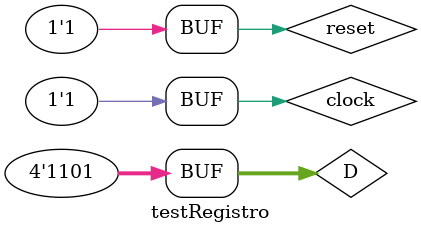
<source format=sv>
module testRegistro #(parameter N = 4);
	
	logic [N-1:0] D,Q;
	logic clock,reset;
	
	always begin
	
	clock = 0; #5; clock = 1; #5;
	
	end
	
	
	registro #(N) dut (.clk(clock), .D(D), .reset(reset) , .Q(Q));
	
	
	initial begin
	
	
	
	D = 4'b1101; reset = 0; #10 reset = 1;
	
	
	
	
	end 






endmodule 
</source>
